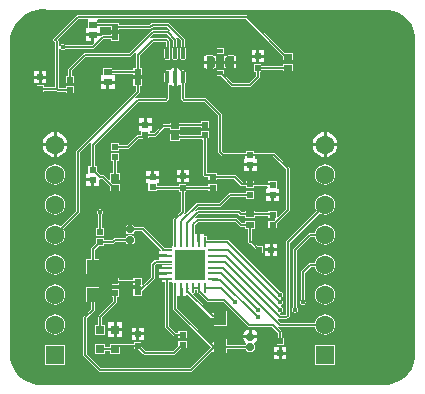
<source format=gbr>
%TF.GenerationSoftware,Altium Limited,Altium Designer,22.6.1 (34)*%
G04 Layer_Physical_Order=1*
G04 Layer_Color=255*
%FSLAX45Y45*%
%MOMM*%
%TF.SameCoordinates,421C64DB-711B-49BE-949A-821E8169F4DF*%
%TF.FilePolarity,Positive*%
%TF.FileFunction,Copper,L1,Top,Signal*%
%TF.Part,Single*%
G01*
G75*
%TA.AperFunction,SMDPad,CuDef*%
%ADD10R,0.75000X0.76000*%
%ADD11R,0.60000X0.54000*%
%ADD12R,0.50000X0.50000*%
%ADD13R,0.60000X0.51000*%
%ADD14R,0.67000X0.62000*%
%ADD15R,0.73000X0.51000*%
%ADD16R,0.50000X0.50000*%
%ADD17R,0.50000X0.40000*%
G04:AMPARAMS|DCode=18|XSize=0.635mm|YSize=0.635mm|CornerRadius=0.15875mm|HoleSize=0mm|Usage=FLASHONLY|Rotation=270.000|XOffset=0mm|YOffset=0mm|HoleType=Round|Shape=RoundedRectangle|*
%AMROUNDEDRECTD18*
21,1,0.63500,0.31750,0,0,270.0*
21,1,0.31750,0.63500,0,0,270.0*
1,1,0.31750,-0.15875,-0.15875*
1,1,0.31750,-0.15875,0.15875*
1,1,0.31750,0.15875,0.15875*
1,1,0.31750,0.15875,-0.15875*
%
%ADD18ROUNDEDRECTD18*%
%ADD19R,1.00000X1.15000*%
%ADD20R,0.60000X0.56000*%
%ADD21R,0.63000X0.51000*%
%ADD22R,2.60000X2.60000*%
%ADD23R,0.26000X0.84000*%
%ADD24R,0.84000X0.26000*%
%ADD25O,0.40000X1.05000*%
%TA.AperFunction,Conductor*%
%ADD26C,0.20000*%
%TA.AperFunction,ComponentPad*%
%ADD27C,1.60000*%
%ADD28R,1.60000X1.60000*%
%TA.AperFunction,ViaPad*%
%ADD29C,0.40000*%
G36*
X127000Y3175000D02*
X2984500D01*
Y3175000D01*
X3009517D01*
X3058589Y3165239D01*
X3104814Y3146092D01*
X3146415Y3118295D01*
X3181794Y3082915D01*
X3209591Y3041314D01*
X3228738Y2995089D01*
X3238499Y2946017D01*
X3238499Y2921000D01*
X3238500Y254000D01*
Y228983D01*
X3228739Y179911D01*
X3209592Y133686D01*
X3181795Y92084D01*
X3146415Y56705D01*
X3104814Y28908D01*
X3058589Y9761D01*
X3009517Y0D01*
X2984500D01*
X63500Y0D01*
X38483Y0D01*
X-10589Y9761D01*
X-56814Y28908D01*
X-98416Y56705D01*
X-133795Y92084D01*
X-161592Y133686D01*
X-180739Y179911D01*
X-190500Y228983D01*
Y254000D01*
X-190501Y2920999D01*
X-190501Y2921000D01*
Y2921000D01*
X-188420Y2939729D01*
X-179404Y2976323D01*
X-165689Y3011428D01*
X-147509Y3044442D01*
X-125176Y3074801D01*
X-99071Y3101985D01*
X-69641Y3125528D01*
X-37390Y3145030D01*
X-2869Y3160154D01*
X33331Y3170644D01*
X70590Y3176318D01*
X108271Y3177081D01*
X127000Y3175000D01*
D02*
G37*
%LPC*%
G36*
X495300Y2950300D02*
X449100D01*
Y2906600D01*
X495300D01*
Y2950300D01*
D02*
G37*
G36*
X1617500Y2850500D02*
X1557500D01*
Y2800500D01*
X1617500D01*
Y2850500D01*
D02*
G37*
G36*
X1955400Y2830900D02*
X1917700D01*
Y2793200D01*
X1955400D01*
Y2830900D01*
D02*
G37*
G36*
X1892300D02*
X1854600D01*
Y2793200D01*
X1892300D01*
Y2830900D01*
D02*
G37*
G36*
X1813000Y3127736D02*
X381000D01*
X369519Y3122981D01*
X179019Y2932481D01*
X174264Y2921000D01*
X179019Y2909519D01*
X187864Y2900675D01*
Y2519736D01*
X93500D01*
Y2533500D01*
X33500D01*
Y2473500D01*
X93500D01*
Y2487264D01*
X197375D01*
X199319Y2485319D01*
X210800Y2480564D01*
X282500D01*
Y2464800D01*
X352500D01*
Y2528800D01*
X282500D01*
Y2513036D01*
X220336D01*
Y2840024D01*
X233036Y2843877D01*
X235976Y2839476D01*
X244246Y2833951D01*
X254000Y2832010D01*
X263754Y2833951D01*
X272024Y2839476D01*
X273218Y2841264D01*
X509213D01*
X520694Y2846019D01*
X598438Y2923764D01*
X663500D01*
Y2909500D01*
X733500D01*
Y2970500D01*
X663500D01*
Y2956236D01*
X591713D01*
X580233Y2951481D01*
X578633Y2949881D01*
X577623Y2950300D01*
X520700D01*
Y2901913D01*
X523619Y2894867D01*
X502488Y2873736D01*
X273218D01*
X272024Y2875524D01*
X263754Y2881049D01*
X254000Y2882990D01*
X244246Y2881049D01*
X235976Y2875524D01*
X233036Y2871123D01*
X220336Y2874976D01*
Y2907400D01*
X215580Y2918881D01*
X213461Y2921000D01*
X387725Y3095264D01*
X466033D01*
X469500Y3084000D01*
X469500Y3082564D01*
Y3019400D01*
X449100D01*
Y2975700D01*
X508000D01*
X566900D01*
Y3019400D01*
X566900D01*
X567711Y3031764D01*
X663500D01*
Y2998500D01*
X733500D01*
Y3012764D01*
X997000D01*
X1008481Y3017519D01*
X1022725Y3031764D01*
X1136275D01*
X1162807Y3005231D01*
X1154480Y2995981D01*
X1143000Y3000736D01*
X1016000D01*
X1004519Y2995981D01*
X818775Y2810236D01*
X444500D01*
X433019Y2805481D01*
X306019Y2678481D01*
X301264Y2667000D01*
Y2615200D01*
X282500D01*
Y2551200D01*
X352500D01*
Y2615200D01*
X333736D01*
Y2660275D01*
X451225Y2777764D01*
X825500D01*
X836981Y2782519D01*
X868269Y2813807D01*
X877519Y2805480D01*
X872764Y2794000D01*
Y2678500D01*
X854000D01*
Y2664236D01*
X673500D01*
Y2682000D01*
X596500D01*
Y2617400D01*
X576100D01*
Y2573700D01*
X635000D01*
X693900D01*
Y2617400D01*
X673500D01*
Y2631764D01*
X854000D01*
Y2617500D01*
X924000D01*
Y2678500D01*
X905236D01*
Y2787275D01*
X1022725Y2904764D01*
X1124559D01*
X1126764Y2902559D01*
Y2856221D01*
X1123476Y2854024D01*
X1117951Y2845755D01*
X1116010Y2836000D01*
Y2771000D01*
X1117951Y2761246D01*
X1123476Y2752976D01*
X1131746Y2747451D01*
X1141500Y2745510D01*
X1151254Y2747451D01*
X1159524Y2752976D01*
X1165049Y2761246D01*
X1166990Y2771000D01*
Y2836000D01*
X1165049Y2845755D01*
X1159524Y2854024D01*
X1159236Y2854216D01*
Y2909284D01*
X1154481Y2920765D01*
X1142765Y2932481D01*
X1131284Y2937236D01*
X1016000D01*
X1004520Y2932481D01*
X996193Y2941731D01*
X1022725Y2968264D01*
X1136275D01*
X1190264Y2914275D01*
Y2855219D01*
X1188476Y2854024D01*
X1182951Y2845755D01*
X1181010Y2836000D01*
Y2771000D01*
X1182951Y2761246D01*
X1188476Y2752976D01*
X1196746Y2747451D01*
X1206500Y2745510D01*
X1216254Y2747451D01*
X1224524Y2752976D01*
X1230049Y2761246D01*
X1231990Y2771000D01*
Y2836000D01*
X1230049Y2845755D01*
X1224524Y2854024D01*
X1222736Y2855219D01*
Y2921000D01*
X1217981Y2932480D01*
X1227231Y2940807D01*
X1253764Y2914275D01*
Y2854216D01*
X1253476Y2854024D01*
X1247951Y2845755D01*
X1246010Y2836000D01*
Y2771000D01*
X1247951Y2761246D01*
X1253476Y2752976D01*
X1261746Y2747451D01*
X1271500Y2745510D01*
X1281254Y2747451D01*
X1289524Y2752976D01*
X1295049Y2761246D01*
X1296990Y2771000D01*
Y2836000D01*
X1295049Y2845755D01*
X1289524Y2854024D01*
X1286236Y2856221D01*
Y2921000D01*
X1281481Y2932481D01*
X1154481Y3059481D01*
X1143000Y3064236D01*
X1016000D01*
X1004519Y3059481D01*
X990275Y3045236D01*
X733500D01*
Y3059500D01*
X686434D01*
X675000Y3064236D01*
X546500D01*
Y3082564D01*
X546500Y3084000D01*
X549967Y3095264D01*
X1806275D01*
X2117500Y2784039D01*
Y2746000D01*
X2200500D01*
Y2807000D01*
X2140461D01*
X1824480Y3122981D01*
X1813000Y3127736D01*
D02*
G37*
G36*
X1519500Y2790912D02*
X1472500D01*
X1468673Y2789327D01*
X1467088Y2785500D01*
Y2780900D01*
X1452100D01*
Y2743200D01*
X1472500D01*
Y2785500D01*
X1519500D01*
X1542500Y2762500D01*
Y2743200D01*
X1552900D01*
Y2780900D01*
X1531754D01*
X1523327Y2789327D01*
X1519500Y2790912D01*
D02*
G37*
G36*
X1702500D02*
X1655500D01*
X1651673Y2789327D01*
X1643247Y2780900D01*
X1622100D01*
Y2743200D01*
X1632500D01*
Y2762500D01*
X1655500Y2785500D01*
X1702500D01*
Y2743200D01*
X1722900D01*
Y2780900D01*
X1707912D01*
Y2785500D01*
X1706327Y2789327D01*
X1702500Y2790912D01*
D02*
G37*
G36*
X1955400Y2767800D02*
X1917700D01*
Y2730100D01*
X1955400D01*
Y2767800D01*
D02*
G37*
G36*
X1892300D02*
X1854600D01*
Y2730100D01*
X1892300D01*
Y2767800D01*
D02*
G37*
G36*
X2200500Y2715000D02*
X2117500D01*
Y2698736D01*
X1935000D01*
Y2710500D01*
X1875000D01*
Y2650500D01*
X1888764D01*
Y2610225D01*
X1834775Y2556236D01*
X1694725D01*
X1617500Y2633461D01*
Y2660500D01*
X1557500D01*
Y2610500D01*
X1594539D01*
X1676519Y2528519D01*
X1688000Y2523764D01*
X1841500D01*
X1852981Y2528519D01*
X1916481Y2592019D01*
X1921236Y2603500D01*
Y2650500D01*
X1935000D01*
Y2666264D01*
X2117500D01*
Y2654000D01*
X2200500D01*
Y2715000D01*
D02*
G37*
G36*
X1722900Y2717800D02*
X1702500D01*
Y2675500D01*
X1655500D01*
X1632500Y2698500D01*
Y2717800D01*
X1622100D01*
Y2680100D01*
X1643246D01*
X1651673Y2671673D01*
X1655500Y2670088D01*
X1702500D01*
X1706327Y2671673D01*
X1707912Y2675500D01*
Y2680100D01*
X1722900D01*
Y2717800D01*
D02*
G37*
G36*
X1552900D02*
X1542500D01*
Y2698500D01*
X1519500Y2675500D01*
X1472500D01*
Y2717800D01*
X1452100D01*
Y2680100D01*
X1467088D01*
Y2675500D01*
X1468673Y2671673D01*
X1472500Y2670088D01*
X1519500D01*
X1523327Y2671673D01*
X1531753Y2680100D01*
X1552900D01*
Y2717800D01*
D02*
G37*
G36*
X1193800Y2679763D02*
X1188786Y2678766D01*
X1173768Y2668732D01*
X1169096Y2661739D01*
X1168454Y2661222D01*
X1152735Y2658560D01*
X1151254Y2659549D01*
X1141500Y2661490D01*
X1131746Y2659549D01*
X1123476Y2654024D01*
X1117951Y2645754D01*
X1116010Y2636000D01*
Y2571000D01*
X1117951Y2561246D01*
X1123476Y2552976D01*
X1125264Y2551782D01*
Y2431441D01*
X1123059Y2429236D01*
X889000D01*
X877520Y2424481D01*
X869193Y2433731D01*
X900481Y2465019D01*
X905236Y2476500D01*
Y2528500D01*
X924000D01*
Y2589500D01*
X854000D01*
Y2528500D01*
X872764D01*
Y2483225D01*
X369519Y1979981D01*
X364764Y1968500D01*
Y1467225D01*
X238131Y1340592D01*
X233367Y1344247D01*
X212689Y1352812D01*
X190500Y1355733D01*
X168311Y1352812D01*
X147633Y1344247D01*
X129877Y1330623D01*
X116253Y1312867D01*
X107688Y1292189D01*
X104767Y1270000D01*
X107688Y1247811D01*
X116253Y1227133D01*
X129877Y1209377D01*
X147633Y1195753D01*
X168311Y1187188D01*
X190500Y1184267D01*
X212689Y1187188D01*
X233367Y1195753D01*
X251123Y1209377D01*
X264747Y1227133D01*
X273312Y1247811D01*
X276233Y1270000D01*
X273312Y1292189D01*
X264747Y1312867D01*
X261092Y1317631D01*
X392481Y1449019D01*
X397236Y1460500D01*
Y1961775D01*
X487269Y2051807D01*
X496519Y2043480D01*
X491764Y2032000D01*
Y1853200D01*
X473000D01*
Y1789200D01*
X461128Y1787200D01*
X452600D01*
Y1747500D01*
X508000D01*
Y1734800D01*
X520700D01*
Y1682400D01*
X563400D01*
Y1734632D01*
X573960Y1741688D01*
X574500Y1741464D01*
X591575D01*
X657000Y1676039D01*
Y1638000D01*
X740000D01*
Y1699000D01*
X679961D01*
X661661Y1717300D01*
X666922Y1730000D01*
X740000D01*
Y1791000D01*
X714736D01*
Y1893300D01*
X733500D01*
Y1957300D01*
X663500D01*
Y1893300D01*
X682264D01*
Y1791000D01*
X657000D01*
Y1739922D01*
X644300Y1734661D01*
X609781Y1769181D01*
X598300Y1773936D01*
X581225D01*
X543000Y1812161D01*
Y1853200D01*
X524236D01*
Y2025275D01*
X895725Y2396764D01*
X1129784D01*
X1141265Y2401519D01*
X1152980Y2413235D01*
X1157736Y2424716D01*
Y2539403D01*
X1170436Y2543256D01*
X1173768Y2538268D01*
X1188786Y2528234D01*
X1193800Y2527237D01*
Y2603500D01*
Y2679763D01*
D02*
G37*
G36*
X113900Y2653900D02*
X76200D01*
Y2616200D01*
X113900D01*
Y2653900D01*
D02*
G37*
G36*
X50800D02*
X13100D01*
Y2616200D01*
X50800D01*
Y2653900D01*
D02*
G37*
G36*
X113900Y2590800D02*
X76200D01*
Y2553100D01*
X113900D01*
Y2590800D01*
D02*
G37*
G36*
X50800D02*
X13100D01*
Y2553100D01*
X50800D01*
Y2590800D01*
D02*
G37*
G36*
X693900Y2548300D02*
X647700D01*
Y2504600D01*
X693900D01*
Y2548300D01*
D02*
G37*
G36*
X622300D02*
X576100D01*
Y2504600D01*
X622300D01*
Y2548300D01*
D02*
G37*
G36*
X1007900Y2254600D02*
X965200D01*
Y2214900D01*
X1007900D01*
Y2254600D01*
D02*
G37*
G36*
X939800D02*
X897100D01*
Y2214900D01*
X939800D01*
Y2254600D01*
D02*
G37*
G36*
X1495500Y2234200D02*
X1425500D01*
Y2211086D01*
X1248000D01*
Y2218000D01*
X1165000D01*
Y2203736D01*
X1108000D01*
X1096519Y2198980D01*
X1029575Y2132036D01*
X996480D01*
X992717Y2135800D01*
X997066Y2149412D01*
X999371Y2149800D01*
X1007900D01*
Y2189500D01*
X952500D01*
X897100D01*
Y2149800D01*
X905628D01*
X917500Y2147800D01*
X917500Y2137100D01*
Y2115236D01*
X892500D01*
X881020Y2110481D01*
X798475Y2027936D01*
X733500D01*
Y2043700D01*
X663500D01*
Y1979700D01*
X733500D01*
Y1995464D01*
X805200D01*
X816681Y2000220D01*
X899225Y2082764D01*
X935700D01*
X938201Y2083800D01*
X987500D01*
Y2099564D01*
X1036300D01*
X1047780Y2104319D01*
X1114725Y2171264D01*
X1165000D01*
Y2157000D01*
X1248000D01*
Y2178614D01*
X1425500D01*
Y2170200D01*
X1495500D01*
Y2234200D01*
D02*
G37*
G36*
Y2147800D02*
X1425500D01*
Y2111736D01*
X1248000D01*
Y2126000D01*
X1165000D01*
Y2065000D01*
X1248000D01*
Y2079264D01*
X1437200D01*
X1444264Y2074544D01*
Y1778000D01*
X1449019Y1766519D01*
X1451019Y1764519D01*
X1462500Y1759764D01*
X1487500D01*
Y1730000D01*
X1560500D01*
Y1744264D01*
X1703275D01*
X1764519Y1683019D01*
X1776000Y1678264D01*
X1806500D01*
Y1661500D01*
X1876500D01*
Y1678114D01*
X1988020D01*
X1991911Y1674222D01*
X1987563Y1660610D01*
X1985129Y1660200D01*
X1976600D01*
Y1620500D01*
X2032000D01*
X2087400D01*
Y1660200D01*
X2078872D01*
X2067000Y1662200D01*
X2067000Y1672900D01*
Y1726200D01*
X1997000D01*
Y1710586D01*
X1876500D01*
Y1727500D01*
X1806500D01*
Y1710736D01*
X1782725D01*
X1721481Y1771980D01*
X1710000Y1776736D01*
X1560500D01*
Y1791000D01*
X1511484D01*
X1508500Y1792236D01*
X1476736D01*
Y2083800D01*
X1495500D01*
Y2147800D01*
D02*
G37*
G36*
X2489200Y2136638D02*
Y2044700D01*
X2581138D01*
X2579187Y2059515D01*
X2568567Y2085155D01*
X2551672Y2107172D01*
X2529655Y2124067D01*
X2504015Y2134687D01*
X2489200Y2136638D01*
D02*
G37*
G36*
X203200D02*
Y2044700D01*
X295138D01*
X293187Y2059515D01*
X282567Y2085155D01*
X265672Y2107172D01*
X243655Y2124067D01*
X218015Y2134687D01*
X203200Y2136638D01*
D02*
G37*
G36*
X2463800D02*
X2448985Y2134687D01*
X2423345Y2124067D01*
X2401328Y2107172D01*
X2384433Y2085155D01*
X2373813Y2059515D01*
X2371862Y2044700D01*
X2463800D01*
Y2136638D01*
D02*
G37*
G36*
X177800D02*
X162985Y2134687D01*
X137345Y2124067D01*
X115328Y2107172D01*
X98433Y2085155D01*
X87813Y2059515D01*
X85862Y2044700D01*
X177800D01*
Y2136638D01*
D02*
G37*
G36*
X2581138Y2019300D02*
X2489200D01*
Y1927362D01*
X2504015Y1929313D01*
X2529655Y1939933D01*
X2551672Y1956828D01*
X2568567Y1978845D01*
X2579187Y2004485D01*
X2581138Y2019300D01*
D02*
G37*
G36*
X295138D02*
X203200D01*
Y1927362D01*
X218015Y1929313D01*
X243655Y1939933D01*
X265672Y1956828D01*
X282567Y1978845D01*
X293187Y2004485D01*
X295138Y2019300D01*
D02*
G37*
G36*
X2463800D02*
X2371862D01*
X2373813Y2004485D01*
X2384433Y1978845D01*
X2401328Y1956828D01*
X2423345Y1939933D01*
X2448985Y1929313D01*
X2463800Y1927362D01*
Y2019300D01*
D02*
G37*
G36*
X177800D02*
X85862D01*
X87813Y2004485D01*
X98433Y1978845D01*
X115328Y1956828D01*
X137345Y1939933D01*
X162985Y1929313D01*
X177800Y1927362D01*
Y2019300D01*
D02*
G37*
G36*
X1896900Y1849100D02*
X1854200D01*
Y1809400D01*
X1896900D01*
Y1849100D01*
D02*
G37*
G36*
X1828800D02*
X1786100D01*
Y1809400D01*
X1828800D01*
Y1849100D01*
D02*
G37*
G36*
X1320400Y1814900D02*
X1282700D01*
Y1777200D01*
X1320400D01*
Y1814900D01*
D02*
G37*
G36*
X1257300D02*
X1219600D01*
Y1777200D01*
X1257300D01*
Y1814900D01*
D02*
G37*
G36*
X1071400Y1810100D02*
X1028700D01*
Y1770400D01*
X1071400D01*
Y1810100D01*
D02*
G37*
G36*
X1003300D02*
X960600D01*
Y1770400D01*
X1003300D01*
Y1810100D01*
D02*
G37*
G36*
X1320400Y1751800D02*
X1282700D01*
Y1714100D01*
X1320400D01*
Y1751800D01*
D02*
G37*
G36*
X1257300D02*
X1219600D01*
Y1714100D01*
X1257300D01*
Y1751800D01*
D02*
G37*
G36*
X2476500Y1863733D02*
X2454311Y1860812D01*
X2433633Y1852247D01*
X2415877Y1838623D01*
X2402253Y1820867D01*
X2393688Y1800189D01*
X2390767Y1778000D01*
X2393688Y1755811D01*
X2402253Y1735133D01*
X2415877Y1717377D01*
X2433633Y1703753D01*
X2454311Y1695188D01*
X2476500Y1692267D01*
X2498689Y1695188D01*
X2519367Y1703753D01*
X2537123Y1717377D01*
X2550747Y1735133D01*
X2559312Y1755811D01*
X2562233Y1778000D01*
X2559312Y1800189D01*
X2550747Y1820867D01*
X2537123Y1838623D01*
X2519367Y1852247D01*
X2498689Y1860812D01*
X2476500Y1863733D01*
D02*
G37*
G36*
X190500D02*
X168311Y1860812D01*
X147633Y1852247D01*
X129877Y1838623D01*
X116253Y1820867D01*
X107688Y1800189D01*
X104767Y1778000D01*
X107688Y1755811D01*
X116253Y1735133D01*
X129877Y1717377D01*
X147633Y1703753D01*
X168311Y1695188D01*
X190500Y1692267D01*
X212689Y1695188D01*
X233367Y1703753D01*
X251123Y1717377D01*
X264747Y1735133D01*
X273312Y1755811D01*
X276233Y1778000D01*
X273312Y1800189D01*
X264747Y1820867D01*
X251123Y1838623D01*
X233367Y1852247D01*
X212689Y1860812D01*
X190500Y1863733D01*
D02*
G37*
G36*
X495300Y1722100D02*
X452600D01*
Y1682400D01*
X495300D01*
Y1722100D01*
D02*
G37*
G36*
X1219200Y2679763D02*
Y2603500D01*
Y2527237D01*
X1224214Y2528234D01*
X1239232Y2538268D01*
X1242564Y2543256D01*
X1255264Y2539403D01*
Y2424716D01*
X1260020Y2413235D01*
X1271735Y2401519D01*
X1283216Y2396764D01*
X1453775D01*
X1571264Y2279275D01*
Y1968500D01*
X1576019Y1957019D01*
X1596319Y1936720D01*
X1607800Y1931964D01*
X1797520D01*
X1801283Y1928200D01*
X1796934Y1914588D01*
X1794629Y1914200D01*
X1786100D01*
Y1874500D01*
X1841500D01*
X1896900D01*
Y1914200D01*
X1888372D01*
X1886066Y1914588D01*
X1881717Y1928200D01*
X1885480Y1931964D01*
X2033859D01*
X2142764Y1823059D01*
Y1484525D01*
X2078733Y1420494D01*
X2067000Y1425355D01*
Y1472200D01*
X1997000D01*
Y1457836D01*
X1883000D01*
Y1473500D01*
X1800000D01*
Y1459236D01*
X1773725D01*
X1760980Y1471981D01*
X1749500Y1476736D01*
X1397000D01*
X1385520Y1471981D01*
X1377193Y1481231D01*
X1403725Y1507764D01*
X1587500D01*
X1598981Y1512519D01*
X1677725Y1591264D01*
X1806500D01*
Y1574500D01*
X1876500D01*
Y1640500D01*
X1806500D01*
Y1623736D01*
X1671000D01*
X1659519Y1618981D01*
X1580775Y1540236D01*
X1397000D01*
X1385519Y1535481D01*
X1290731Y1440693D01*
X1281481Y1449020D01*
X1286236Y1460500D01*
Y1634500D01*
X1300000D01*
Y1650264D01*
X1487500D01*
Y1638000D01*
X1560500D01*
Y1699000D01*
X1487500D01*
Y1682736D01*
X1300000D01*
Y1694500D01*
X1240000D01*
Y1684136D01*
X1059980D01*
X1053307Y1690809D01*
X1055319Y1704027D01*
X1062871Y1705300D01*
X1071400D01*
Y1745000D01*
X1016000D01*
X960600D01*
Y1705300D01*
X969128D01*
X981000Y1703300D01*
X981000Y1692600D01*
Y1639300D01*
X1051000D01*
Y1651664D01*
X1240000D01*
Y1634500D01*
X1253764D01*
Y1467225D01*
X1197019Y1410481D01*
X1192264Y1399000D01*
Y1257500D01*
X1190500D01*
Y1171400D01*
X1178100D01*
Y1159000D01*
X1114961D01*
X948030Y1325931D01*
X936550Y1330686D01*
X862587D01*
X861039Y1338470D01*
X856425Y1345375D01*
X849520Y1349989D01*
X841375Y1351609D01*
X809625D01*
X801480Y1349989D01*
X794575Y1345375D01*
X789961Y1338470D01*
X788341Y1330325D01*
Y1298575D01*
X789961Y1290430D01*
X794575Y1283525D01*
X801480Y1278911D01*
X809625Y1277291D01*
X841375D01*
X849520Y1278911D01*
X856425Y1283525D01*
X861039Y1290430D01*
X862587Y1298214D01*
X929825D01*
X1085939Y1142100D01*
X1080678Y1129400D01*
X1071600D01*
Y1103700D01*
X1139000D01*
Y1078300D01*
X1071600D01*
Y1057236D01*
X1041000D01*
X1029519Y1052480D01*
X1004519Y1027481D01*
X999764Y1016000D01*
Y910225D01*
X936700Y847161D01*
X924000Y852422D01*
Y900500D01*
X854000D01*
Y888986D01*
X728500D01*
Y905500D01*
X668500D01*
Y845500D01*
X728500D01*
Y856514D01*
X854000D01*
Y839500D01*
X911078D01*
X916339Y826800D01*
X901039Y811500D01*
X854000D01*
Y750500D01*
X924000D01*
Y788539D01*
X1027481Y892020D01*
X1032236Y903500D01*
Y1009275D01*
X1047725Y1024764D01*
X1092000D01*
Y1023000D01*
X1178100D01*
Y1009000D01*
X1092000D01*
Y979400D01*
X1071600D01*
Y953700D01*
X1139000D01*
Y928300D01*
X1071600D01*
Y902600D01*
X1092000D01*
Y873000D01*
X1122764D01*
Y491700D01*
X1127519Y480220D01*
X1195019Y412720D01*
X1206500Y407964D01*
X1235000D01*
Y392200D01*
X1305000D01*
Y456200D01*
X1235000D01*
Y440436D01*
X1213225D01*
X1155236Y498425D01*
Y873000D01*
X1178100D01*
Y860600D01*
X1190500D01*
Y774500D01*
X1192264D01*
Y640500D01*
X1197019Y629019D01*
X1507764Y318275D01*
Y316725D01*
X1334275Y143236D01*
X578225D01*
X460736Y260725D01*
Y564775D01*
X519481Y623519D01*
X524236Y635000D01*
Y699500D01*
X563000D01*
Y824500D01*
X453000D01*
Y699500D01*
X491764D01*
Y641725D01*
X433019Y582981D01*
X428264Y571500D01*
Y254000D01*
X433019Y242519D01*
X560019Y115519D01*
X571500Y110764D01*
X1341000D01*
X1352480Y115519D01*
X1520767Y283806D01*
X1532500Y278946D01*
Y264500D01*
X1642500D01*
Y301264D01*
X1804413D01*
X1805961Y293480D01*
X1810575Y286575D01*
X1817480Y281961D01*
X1825625Y280341D01*
X1857375D01*
X1865520Y281961D01*
X1872425Y286575D01*
X1877039Y293480D01*
X1878659Y301625D01*
Y333375D01*
X1877039Y341520D01*
X1874060Y349995D01*
X1881019Y356683D01*
X1887133Y360767D01*
X1896255Y374420D01*
X1899459Y390525D01*
Y393700D01*
X1841500D01*
X1783541D01*
Y390525D01*
X1786745Y374420D01*
X1795867Y360767D01*
X1801981Y356683D01*
X1808940Y349995D01*
X1805961Y341520D01*
X1804413Y333736D01*
X1642500D01*
Y389500D01*
X1532500D01*
Y357421D01*
X1519800Y352161D01*
X1224736Y647225D01*
Y754100D01*
X1245800D01*
Y821500D01*
X1271200D01*
Y754100D01*
X1296900D01*
Y763178D01*
X1309600Y768439D01*
X1512519Y565519D01*
X1524000Y560764D01*
X1532500D01*
Y499500D01*
X1642500D01*
Y624500D01*
X1532500D01*
Y609421D01*
X1519800Y604161D01*
X1361194Y762767D01*
X1366054Y774500D01*
X1376500D01*
Y805264D01*
X1390500D01*
Y774500D01*
X1403539D01*
X1473342Y704697D01*
X1484823Y699941D01*
X1615848D01*
X1819270Y496519D01*
X1830750Y491764D01*
X2025275D01*
X2079264Y437775D01*
Y397500D01*
X2065500D01*
Y337500D01*
X2125500D01*
Y397500D01*
X2111736D01*
Y444500D01*
X2106981Y455981D01*
X2075693Y487269D01*
X2084020Y496519D01*
X2095500Y491764D01*
X2392904D01*
X2393688Y485811D01*
X2402253Y465133D01*
X2415877Y447377D01*
X2433633Y433753D01*
X2454311Y425188D01*
X2476500Y422267D01*
X2498689Y425188D01*
X2519367Y433753D01*
X2537123Y447377D01*
X2550747Y465133D01*
X2559312Y485811D01*
X2562233Y508000D01*
X2559312Y530189D01*
X2550747Y550867D01*
X2537123Y568623D01*
X2519367Y582247D01*
X2498689Y590812D01*
X2476500Y593733D01*
X2454311Y590812D01*
X2433633Y582247D01*
X2415877Y568623D01*
X2402253Y550867D01*
X2393688Y530189D01*
X2392904Y524236D01*
X2102225D01*
X2075693Y550769D01*
X2084020Y560019D01*
X2095500Y555264D01*
X2147284D01*
X2158765Y560019D01*
X2170481Y571735D01*
X2175236Y583216D01*
Y1199775D01*
X2428869Y1453408D01*
X2433633Y1449753D01*
X2454311Y1441188D01*
X2476500Y1438267D01*
X2498689Y1441188D01*
X2519367Y1449753D01*
X2537123Y1463377D01*
X2550747Y1481133D01*
X2559312Y1501811D01*
X2562233Y1524000D01*
X2559312Y1546189D01*
X2550747Y1566867D01*
X2537123Y1584623D01*
X2519367Y1598247D01*
X2498689Y1606812D01*
X2476500Y1609733D01*
X2454311Y1606812D01*
X2433633Y1598247D01*
X2415877Y1584623D01*
X2402253Y1566867D01*
X2393688Y1546189D01*
X2390767Y1524000D01*
X2393688Y1501811D01*
X2402253Y1481133D01*
X2405908Y1476369D01*
X2147519Y1217981D01*
X2142764Y1206500D01*
Y589941D01*
X2140559Y587736D01*
X2102225D01*
X2092878Y597083D01*
X2094100Y602874D01*
X2097928Y609993D01*
X2105254Y611451D01*
X2113524Y616976D01*
X2119049Y625246D01*
X2120990Y635000D01*
X2119049Y644754D01*
X2113524Y653024D01*
X2105255Y658549D01*
X2102967Y660154D01*
X2102424Y661439D01*
X2105255Y674951D01*
X2113524Y680476D01*
X2119049Y688746D01*
X2120990Y698500D01*
X2119049Y708254D01*
X2113524Y716524D01*
X2105255Y722049D01*
X2102967Y723654D01*
X2102424Y724939D01*
X2105255Y738451D01*
X2113524Y743976D01*
X2119049Y752246D01*
X2120990Y762000D01*
X2119049Y771754D01*
X2113524Y780024D01*
X2105254Y785549D01*
X2095500Y787490D01*
X2093391Y787070D01*
X1658481Y1221981D01*
X1647000Y1226736D01*
X1476500D01*
Y1257500D01*
X1446900D01*
Y1277900D01*
X1421200D01*
Y1210500D01*
X1395800D01*
Y1277900D01*
X1374736D01*
Y1351775D01*
X1403725Y1380764D01*
X1714275D01*
X1755519Y1339520D01*
X1767000Y1334764D01*
X1800000D01*
Y1320500D01*
X1825264D01*
Y1206500D01*
X1830019Y1195019D01*
X1841500Y1190264D01*
X1848275D01*
X1888500Y1150039D01*
Y1113000D01*
X1948500D01*
Y1173000D01*
X1911461D01*
X1866481Y1217981D01*
X1857736Y1221603D01*
Y1320500D01*
X1883000D01*
Y1381500D01*
X1800000D01*
Y1367236D01*
X1773725D01*
X1732481Y1408481D01*
X1721000Y1413236D01*
X1397000D01*
X1385520Y1408481D01*
X1377193Y1417731D01*
X1403725Y1444264D01*
X1742775D01*
X1755519Y1431519D01*
X1767000Y1426764D01*
X1800000D01*
Y1412500D01*
X1883000D01*
Y1425364D01*
X1997000D01*
Y1408200D01*
X2049846D01*
X2054706Y1396467D01*
X2044039Y1385800D01*
X1997000D01*
Y1321800D01*
X2067000D01*
Y1362839D01*
X2170481Y1466319D01*
X2175236Y1477800D01*
Y1829784D01*
X2170481Y1841265D01*
X2052065Y1959681D01*
X2040584Y1964436D01*
X1876500D01*
Y1980200D01*
X1806500D01*
Y1964436D01*
X1614525D01*
X1603736Y1975225D01*
Y2286000D01*
X1598981Y2297481D01*
X1471981Y2424481D01*
X1460500Y2429236D01*
X1289941D01*
X1287736Y2431441D01*
Y2551782D01*
X1289524Y2552976D01*
X1295049Y2561246D01*
X1296990Y2571000D01*
Y2636000D01*
X1295049Y2645754D01*
X1289524Y2654024D01*
X1281254Y2659549D01*
X1271500Y2661490D01*
X1261746Y2659549D01*
X1260265Y2658560D01*
X1244546Y2661222D01*
X1243904Y2661739D01*
X1239232Y2668732D01*
X1224214Y2678766D01*
X1219200Y2679763D01*
D02*
G37*
G36*
X2087400Y1595100D02*
X2044700D01*
Y1555400D01*
X2087400D01*
Y1595100D01*
D02*
G37*
G36*
X2019300D02*
X1976600D01*
Y1555400D01*
X2019300D01*
Y1595100D01*
D02*
G37*
G36*
X190500Y1609733D02*
X168311Y1606812D01*
X147633Y1598247D01*
X129877Y1584623D01*
X116253Y1566867D01*
X107688Y1546189D01*
X104767Y1524000D01*
X107688Y1501811D01*
X116253Y1481133D01*
X129877Y1463377D01*
X147633Y1449753D01*
X168311Y1441188D01*
X190500Y1438267D01*
X212689Y1441188D01*
X233367Y1449753D01*
X251123Y1463377D01*
X264747Y1481133D01*
X273312Y1501811D01*
X276233Y1524000D01*
X273312Y1546189D01*
X264747Y1566867D01*
X251123Y1584623D01*
X233367Y1598247D01*
X212689Y1606812D01*
X190500Y1609733D01*
D02*
G37*
G36*
X571500Y1485990D02*
X561746Y1484049D01*
X553476Y1478524D01*
X547951Y1470254D01*
X546010Y1460500D01*
X547951Y1450746D01*
X553476Y1442476D01*
X555264Y1441282D01*
Y1326500D01*
X536500D01*
Y1260500D01*
X606500D01*
Y1326500D01*
X587736D01*
Y1441282D01*
X589524Y1442476D01*
X595049Y1450746D01*
X596990Y1460500D01*
X595049Y1470254D01*
X589524Y1478524D01*
X581254Y1484049D01*
X571500Y1485990D01*
D02*
G37*
G36*
X841375Y1262709D02*
X809625D01*
X801480Y1261089D01*
X794575Y1256475D01*
X789961Y1249570D01*
X788602Y1242736D01*
X698500D01*
X687019Y1237981D01*
X671775Y1222736D01*
X606500D01*
Y1239500D01*
X536500D01*
Y1196461D01*
X496519Y1156481D01*
X491764Y1145000D01*
Y1059500D01*
X453000D01*
Y934500D01*
X563000D01*
Y1059500D01*
X524236D01*
Y1138275D01*
X559461Y1173500D01*
X606500D01*
Y1190264D01*
X678500D01*
X689981Y1195019D01*
X705225Y1210264D01*
X788341D01*
Y1209675D01*
X789961Y1201530D01*
X794575Y1194625D01*
X801480Y1190011D01*
X809625Y1188391D01*
X841375D01*
X849520Y1190011D01*
X856425Y1194625D01*
X861039Y1201530D01*
X862659Y1209675D01*
Y1241425D01*
X861039Y1249570D01*
X856425Y1256475D01*
X849520Y1261089D01*
X841375Y1262709D01*
D02*
G37*
G36*
X2476500Y1355733D02*
X2454311Y1352812D01*
X2433633Y1344247D01*
X2415877Y1330623D01*
X2402253Y1312867D01*
X2393688Y1292189D01*
X2392904Y1286236D01*
X2349500D01*
X2338019Y1281481D01*
X2211019Y1154481D01*
X2206264Y1143000D01*
Y654218D01*
X2204476Y653024D01*
X2198951Y644754D01*
X2197010Y635000D01*
X2198951Y625246D01*
X2204476Y616976D01*
X2212746Y611451D01*
X2222500Y609510D01*
X2232254Y611451D01*
X2240524Y616976D01*
X2246049Y625246D01*
X2247990Y635000D01*
X2246049Y644754D01*
X2240524Y653024D01*
X2238736Y654218D01*
Y1136275D01*
X2356225Y1253764D01*
X2392904D01*
X2393688Y1247811D01*
X2402253Y1227133D01*
X2415877Y1209377D01*
X2433633Y1195753D01*
X2454311Y1187188D01*
X2476500Y1184267D01*
X2498689Y1187188D01*
X2519367Y1195753D01*
X2537123Y1209377D01*
X2550747Y1227133D01*
X2559312Y1247811D01*
X2562233Y1270000D01*
X2559312Y1292189D01*
X2550747Y1312867D01*
X2537123Y1330623D01*
X2519367Y1344247D01*
X2498689Y1352812D01*
X2476500Y1355733D01*
D02*
G37*
G36*
X2068900Y1193400D02*
X2031199D01*
Y1155700D01*
X2068900D01*
Y1193400D01*
D02*
G37*
G36*
X2005799D02*
X1968100D01*
Y1155700D01*
X2005799D01*
Y1193400D01*
D02*
G37*
G36*
X2068900Y1130300D02*
X2031199D01*
Y1092600D01*
X2068900D01*
Y1130300D01*
D02*
G37*
G36*
X2005799D02*
X1968100D01*
Y1092600D01*
X2005799D01*
Y1130300D01*
D02*
G37*
G36*
X2476500Y1101733D02*
X2454311Y1098812D01*
X2433633Y1090247D01*
X2415877Y1076623D01*
X2402253Y1058867D01*
X2393688Y1038189D01*
X2392904Y1032236D01*
X2349500D01*
X2338019Y1027481D01*
X2274519Y963981D01*
X2269764Y952500D01*
Y717718D01*
X2267976Y716524D01*
X2262451Y708254D01*
X2260510Y698500D01*
X2262451Y688746D01*
X2267976Y680476D01*
X2276246Y674951D01*
X2286000Y673010D01*
X2295754Y674951D01*
X2304024Y680476D01*
X2309549Y688746D01*
X2311490Y698500D01*
X2309549Y708254D01*
X2304024Y716524D01*
X2302236Y717718D01*
Y945775D01*
X2356225Y999764D01*
X2392904D01*
X2393688Y993811D01*
X2402253Y973133D01*
X2415877Y955377D01*
X2433633Y941753D01*
X2454311Y933188D01*
X2476500Y930267D01*
X2498689Y933188D01*
X2519367Y941753D01*
X2537123Y955377D01*
X2550747Y973133D01*
X2559312Y993811D01*
X2562233Y1016000D01*
X2559312Y1038189D01*
X2550747Y1058867D01*
X2537123Y1076623D01*
X2519367Y1090247D01*
X2498689Y1098812D01*
X2476500Y1101733D01*
D02*
G37*
G36*
X190500D02*
X168311Y1098812D01*
X147633Y1090247D01*
X129877Y1076623D01*
X116253Y1058867D01*
X107688Y1038189D01*
X104767Y1016000D01*
X107688Y993811D01*
X116253Y973133D01*
X129877Y955377D01*
X147633Y941753D01*
X168311Y933188D01*
X190500Y930267D01*
X212689Y933188D01*
X233367Y941753D01*
X251123Y955377D01*
X264747Y973133D01*
X273312Y993811D01*
X276233Y1016000D01*
X273312Y1038189D01*
X264747Y1058867D01*
X251123Y1076623D01*
X233367Y1090247D01*
X212689Y1098812D01*
X190500Y1101733D01*
D02*
G37*
G36*
X2476500Y847733D02*
X2454311Y844812D01*
X2433633Y836247D01*
X2415877Y822623D01*
X2402253Y804867D01*
X2393688Y784189D01*
X2390767Y762000D01*
X2393688Y739811D01*
X2402253Y719133D01*
X2415877Y701377D01*
X2433633Y687753D01*
X2454311Y679188D01*
X2476500Y676267D01*
X2498689Y679188D01*
X2519367Y687753D01*
X2537123Y701377D01*
X2550747Y719133D01*
X2559312Y739811D01*
X2562233Y762000D01*
X2559312Y784189D01*
X2550747Y804867D01*
X2537123Y822623D01*
X2519367Y836247D01*
X2498689Y844812D01*
X2476500Y847733D01*
D02*
G37*
G36*
X190500D02*
X168311Y844812D01*
X147633Y836247D01*
X129877Y822623D01*
X116253Y804867D01*
X107688Y784189D01*
X104767Y762000D01*
X107688Y739811D01*
X116253Y719133D01*
X129877Y701377D01*
X147633Y687753D01*
X168311Y679188D01*
X190500Y676267D01*
X212689Y679188D01*
X233367Y687753D01*
X251123Y701377D01*
X264747Y719133D01*
X273312Y739811D01*
X276233Y762000D01*
X273312Y784189D01*
X264747Y804867D01*
X251123Y822623D01*
X233367Y836247D01*
X212689Y844812D01*
X190500Y847733D01*
D02*
G37*
G36*
X760400Y526900D02*
X710201D01*
Y476200D01*
X760400D01*
Y526900D01*
D02*
G37*
G36*
X684801D02*
X634600D01*
Y476200D01*
X684801D01*
Y526900D01*
D02*
G37*
G36*
X939400Y481400D02*
X901700D01*
Y443700D01*
X939400D01*
Y481400D01*
D02*
G37*
G36*
X876300D02*
X838600D01*
Y443700D01*
X876300D01*
Y481400D01*
D02*
G37*
G36*
X190500Y593733D02*
X168311Y590812D01*
X147633Y582247D01*
X129877Y568623D01*
X116253Y550867D01*
X107688Y530189D01*
X104767Y508000D01*
X107688Y485811D01*
X116253Y465133D01*
X129877Y447377D01*
X147633Y433753D01*
X168311Y425188D01*
X190500Y422267D01*
X212689Y425188D01*
X233367Y433753D01*
X251123Y447377D01*
X264747Y465133D01*
X273312Y485811D01*
X276233Y508000D01*
X273312Y530189D01*
X264747Y550867D01*
X251123Y568623D01*
X233367Y582247D01*
X212689Y590812D01*
X190500Y593733D01*
D02*
G37*
G36*
X728500Y805500D02*
X668500D01*
Y745500D01*
X682264D01*
Y705225D01*
X561019Y583981D01*
X556264Y572500D01*
Y506500D01*
X530000D01*
Y420500D01*
X615000D01*
Y506500D01*
X588736D01*
Y565775D01*
X709981Y687019D01*
X714736Y698500D01*
Y745500D01*
X728500D01*
Y805500D01*
D02*
G37*
G36*
X1857375Y464359D02*
X1854200D01*
Y419100D01*
X1899459D01*
Y422275D01*
X1896255Y438380D01*
X1887133Y452033D01*
X1873480Y461155D01*
X1857375Y464359D01*
D02*
G37*
G36*
X1828800D02*
X1825625D01*
X1809520Y461155D01*
X1795867Y452033D01*
X1786745Y438380D01*
X1783541Y422275D01*
Y419100D01*
X1828800D01*
Y464359D01*
D02*
G37*
G36*
X760400Y450800D02*
X710201D01*
Y400100D01*
X760400D01*
Y450800D01*
D02*
G37*
G36*
X684801D02*
X634600D01*
Y400100D01*
X684801D01*
Y450800D01*
D02*
G37*
G36*
X939400Y418300D02*
X901700D01*
Y380600D01*
X939400D01*
Y418300D01*
D02*
G37*
G36*
X876300D02*
X838600D01*
Y380600D01*
X876300D01*
Y418300D01*
D02*
G37*
G36*
X1305000Y369800D02*
X1235000D01*
Y328761D01*
X1193375Y287136D01*
X955825D01*
X919000Y323961D01*
Y361000D01*
X859000D01*
Y347236D01*
X730000D01*
X718520Y342481D01*
X717539Y341500D01*
X655000D01*
Y314736D01*
X615000D01*
Y341500D01*
X530000D01*
Y255500D01*
X615000D01*
Y282264D01*
X655000D01*
Y255500D01*
X740000D01*
Y314764D01*
X859000D01*
Y301000D01*
X896039D01*
X937619Y259420D01*
X949100Y254664D01*
X1200100D01*
X1211581Y259420D01*
X1257961Y305800D01*
X1305000D01*
Y369800D01*
D02*
G37*
G36*
X2145900Y317900D02*
X2108200D01*
Y280200D01*
X2145900D01*
Y317900D01*
D02*
G37*
G36*
X2082800D02*
X2045100D01*
Y280200D01*
X2082800D01*
Y317900D01*
D02*
G37*
G36*
X2145900Y254800D02*
X2108200D01*
Y217100D01*
X2145900D01*
Y254800D01*
D02*
G37*
G36*
X2082800D02*
X2045100D01*
Y217100D01*
X2082800D01*
Y254800D01*
D02*
G37*
G36*
X2561500Y339000D02*
X2391500D01*
Y169000D01*
X2561500D01*
Y339000D01*
D02*
G37*
G36*
X275500D02*
X105500D01*
Y169000D01*
X275500D01*
Y339000D01*
D02*
G37*
%LPD*%
D10*
X572500Y298500D02*
D03*
Y463500D02*
D03*
X697500Y298500D02*
D03*
Y463500D02*
D03*
D11*
X317500Y2496800D02*
D03*
Y2583200D02*
D03*
X1270000Y424200D02*
D03*
Y337800D02*
D03*
X508000Y1821200D02*
D03*
Y1734800D02*
D03*
X698500Y1925300D02*
D03*
Y2011700D02*
D03*
X952500Y2202200D02*
D03*
Y2115800D02*
D03*
X1460500Y2202200D02*
D03*
Y2115800D02*
D03*
X1016000Y1757700D02*
D03*
Y1671300D02*
D03*
X1841500Y1861800D02*
D03*
Y1948200D02*
D03*
X2032000Y1607800D02*
D03*
Y1694200D02*
D03*
Y1353800D02*
D03*
Y1440200D02*
D03*
D12*
X63500Y2503500D02*
D03*
Y2603500D02*
D03*
X1905000Y2680500D02*
D03*
Y2780500D02*
D03*
X698500Y875500D02*
D03*
Y775500D02*
D03*
X2095500Y267500D02*
D03*
Y367500D02*
D03*
X889000Y431000D02*
D03*
Y331000D02*
D03*
X1270000Y1764500D02*
D03*
Y1664500D02*
D03*
D13*
X889000Y2559000D02*
D03*
Y2648000D02*
D03*
X698500Y2940000D02*
D03*
Y3029000D02*
D03*
X889000Y870000D02*
D03*
Y781000D02*
D03*
D14*
X635000Y2646000D02*
D03*
Y2561000D02*
D03*
X508000Y2963000D02*
D03*
Y3048000D02*
D03*
D15*
X2159000Y2684500D02*
D03*
Y2776500D02*
D03*
X698500Y1668500D02*
D03*
Y1760500D02*
D03*
X1206500Y2187500D02*
D03*
Y2095500D02*
D03*
X1841500Y1443000D02*
D03*
Y1351000D02*
D03*
D16*
X1672500Y2730500D02*
D03*
X1502500D02*
D03*
X2018500Y1143000D02*
D03*
X1918500D02*
D03*
D17*
X1587500Y2635500D02*
D03*
Y2825500D02*
D03*
D18*
X1841500Y406400D02*
D03*
Y317500D02*
D03*
X825500Y1314450D02*
D03*
Y1225550D02*
D03*
D19*
X1587500Y562000D02*
D03*
Y327000D02*
D03*
X508000Y997000D02*
D03*
Y762000D02*
D03*
D20*
X571500Y1293500D02*
D03*
Y1206500D02*
D03*
X1841500Y1607500D02*
D03*
Y1694500D02*
D03*
D21*
X1524000Y1760500D02*
D03*
Y1668500D02*
D03*
D22*
X1333500Y1016000D02*
D03*
D23*
X1208500Y1210500D02*
D03*
X1258500D02*
D03*
X1308500D02*
D03*
X1358500D02*
D03*
X1408500D02*
D03*
X1458500D02*
D03*
Y821500D02*
D03*
X1408500D02*
D03*
X1358500D02*
D03*
X1308500D02*
D03*
X1258500D02*
D03*
X1208500D02*
D03*
D24*
X1528000Y1141000D02*
D03*
Y1091000D02*
D03*
Y1041000D02*
D03*
Y991000D02*
D03*
Y941000D02*
D03*
Y891000D02*
D03*
X1139000D02*
D03*
Y941000D02*
D03*
Y991000D02*
D03*
Y1041000D02*
D03*
Y1091000D02*
D03*
Y1141000D02*
D03*
D25*
X1141500Y2803500D02*
D03*
X1206500D02*
D03*
X1271500D02*
D03*
Y2603500D02*
D03*
X1206500D02*
D03*
X1141500D02*
D03*
D26*
X204100Y2503500D02*
Y2907400D01*
X190500Y2921000D02*
X204100Y2907400D01*
X63500Y2503500D02*
X204100D01*
X210800Y2496800D01*
X317500D01*
Y2583200D02*
Y2667000D01*
X825500Y2794000D02*
X1016000Y2984500D01*
X317500Y2667000D02*
X444500Y2794000D01*
X825500D01*
X635000Y2646000D02*
X637000Y2648000D01*
X889000D01*
Y2794000D01*
Y2476500D02*
Y2559000D01*
X2148000Y2776500D02*
X2159000D01*
X1813000Y3111500D02*
X2148000Y2776500D01*
X1907000Y2682500D02*
X2157000D01*
X1905000Y2680500D02*
X1907000Y2682500D01*
X2157000D02*
X2159000Y2684500D01*
X1905000Y2603500D02*
Y2680500D01*
X1587500Y2635500D02*
X1592500D01*
X1688000Y2540000D01*
X1841500D01*
X997000Y3029000D02*
X1016000Y3048000D01*
X698500Y3029000D02*
X997000D01*
X508000Y3048000D02*
X675000D01*
X694000Y3029000D01*
X698500D01*
X591713Y2940000D02*
X698500D01*
X509213Y2857500D02*
X591713Y2940000D01*
X1016000Y1016000D02*
X1041000Y1041000D01*
X1139000D01*
X1016000Y903500D02*
Y1016000D01*
X889000Y781000D02*
X893500D01*
X1016000Y903500D01*
X701250Y872750D02*
X886250D01*
X889000Y870000D01*
X698500Y875500D02*
X701250Y872750D01*
X698500Y698500D02*
Y775500D01*
X1528000Y991000D02*
X1612500D01*
X2095500Y508000D02*
X2476500D01*
X1612500Y991000D02*
X2095500Y508000D01*
X1484823Y716177D02*
X1622573D01*
X1458500Y821500D02*
X1591500D01*
X1714500Y698500D01*
X1408500Y792500D02*
X1484823Y716177D01*
X1622573D02*
X1830750Y508000D01*
X2032000D01*
X508000Y635000D02*
Y762000D01*
Y1145000D02*
X569500Y1206500D01*
X571500D01*
X508000Y997000D02*
Y1145000D01*
X824550Y1226500D02*
X825500Y1225550D01*
X698500Y1226500D02*
X824550D01*
X825500Y1314450D02*
X936550D01*
X571500Y1206500D02*
X678500D01*
X698500Y1226500D01*
X508000Y1821200D02*
X511000D01*
X574500Y1757700D01*
X598300D01*
X508000Y1821200D02*
Y2032000D01*
X598300Y1757700D02*
X687500Y1668500D01*
X698500D01*
Y1760500D02*
Y1925300D01*
Y2011700D02*
X805200D01*
X952500Y2115800D02*
X1036300D01*
X892500Y2099000D02*
X935700D01*
X805200Y2011700D02*
X892500Y2099000D01*
X935700D02*
X952500Y2115800D01*
X1437200Y2095500D02*
X1457500Y2115800D01*
X1460500D01*
X1206500Y2095500D02*
X1437200D01*
X1213850Y2194850D02*
X1453150D01*
X1460500Y2202200D01*
X1206500Y2187500D02*
X1213850Y2194850D01*
X1036300Y2115800D02*
X1108000Y2187500D01*
X1206500D01*
X1460500Y1778000D02*
X1462500Y1776000D01*
X1460500Y1778000D02*
Y2115800D01*
X2031550Y1694350D02*
X2031700Y1694500D01*
X1019400Y1667900D02*
X1266600D01*
X1016000Y1671300D02*
X1019400Y1667900D01*
X1266600D02*
X1270000Y1664500D01*
X1272000Y1666500D02*
X1522000D01*
X1524000Y1668500D01*
X1270000Y1664500D02*
X1272000Y1666500D01*
X1270000Y1460500D02*
Y1664500D01*
X1524000Y1760500D02*
X1710000D01*
X1776000Y1694500D01*
X1462500Y1776000D02*
X1508500D01*
X1524000Y1760500D01*
X1841650Y1694350D02*
X2031550D01*
X1841500Y1694500D02*
X1841650Y1694350D01*
X1776000Y1694500D02*
X1841500D01*
X1671000Y1607500D02*
X1841500D01*
X2031700Y1694500D02*
X2032000Y1694200D01*
X2035000Y1353800D02*
X2159000Y1477800D01*
X2032000Y1353800D02*
X2035000D01*
X2030600Y1441600D02*
X2032000Y1440200D01*
X1841500Y1443000D02*
X1842900Y1441600D01*
X2030600D01*
X1841500Y1206500D02*
Y1351000D01*
X1767000D02*
X1841500D01*
X1767000Y1443000D02*
X1841500D01*
X1749500Y1460500D02*
X1767000Y1443000D01*
X1841500Y1948200D02*
X2040584D01*
X1607800D02*
X1841500D01*
X508000Y3048000D02*
X529000Y3027000D01*
X1597000Y317500D02*
X1841500D01*
X1587500Y327000D02*
X1597000Y317500D01*
X1341000Y127000D02*
X1524000Y310000D01*
Y325000D01*
X1585500D01*
X1587500Y327000D01*
X1208500Y640500D02*
X1524000Y325000D01*
X571500Y127000D02*
X1341000D01*
X444500Y254000D02*
X571500Y127000D01*
X444500Y254000D02*
Y571500D01*
X508000Y635000D01*
X1524000Y577000D02*
X1572500D01*
X1587500Y562000D01*
X572500Y463500D02*
Y572500D01*
X697500Y299000D02*
X725000Y326500D01*
X725500D02*
X730000Y331000D01*
X697500Y298500D02*
Y299000D01*
X725000Y326500D02*
X725500D01*
X730000Y331000D02*
X889000D01*
X572500Y298500D02*
X697500D01*
X1206500Y424200D02*
X1270000D01*
X1139000Y491700D02*
X1206500Y424200D01*
X1200100Y270900D02*
X1267000Y337800D01*
X949100Y270900D02*
X1200100D01*
X1267000Y337800D02*
X1270000D01*
X889000Y331000D02*
X949100Y270900D01*
X2032000Y508000D02*
X2095500Y444500D01*
Y367500D02*
Y444500D01*
X1841500Y1206500D02*
X1855000D01*
X1918500Y1143000D01*
X1208500Y1210500D02*
Y1399000D01*
X1258500Y1210500D02*
Y1385500D01*
X1308500Y1210500D02*
Y1372000D01*
X1358500Y1210500D02*
Y1358500D01*
X1110000Y1141000D02*
X1139000D01*
Y491700D02*
Y891000D01*
X1208500Y640500D02*
Y821500D01*
X1358500D02*
X1408500D01*
X1308500Y792500D02*
Y821500D01*
Y792500D02*
X1524000Y577000D01*
X1408500Y792500D02*
Y821500D01*
X1528000Y891000D02*
X1530000Y889000D01*
X1587500D01*
X1528000Y941000D02*
X1599000D01*
X1528000Y1041000D02*
X1626000D01*
X1528000Y1091000D02*
X1639500D01*
X1528000Y1141000D02*
X1653000D01*
X1458500Y1210500D02*
X1647000D01*
X571500Y1293500D02*
Y1460500D01*
X381000D02*
Y1968500D01*
X190500Y1270000D02*
X381000Y1460500D01*
Y1968500D02*
X889000Y2476500D01*
Y2413000D02*
X1129784D01*
X508000Y2032000D02*
X889000Y2413000D01*
X190500Y2921000D02*
X381000Y3111500D01*
X254000Y2857500D02*
X509213D01*
X381000Y3111500D02*
X1813000D01*
X1587500Y889000D02*
X1905000Y571500D01*
X1599000Y941000D02*
X1905000Y635000D01*
X2159000Y583216D02*
Y1206500D01*
X2147284Y571500D02*
X2159000Y583216D01*
Y1206500D02*
X2476500Y1524000D01*
X1647000Y1210500D02*
X2095500Y762000D01*
X1653000Y1141000D02*
X2095500Y698500D01*
X2349500Y1016000D02*
X2476500D01*
X2286000Y952500D02*
X2349500Y1016000D01*
X2286000Y698500D02*
Y952500D01*
X2349500Y1270000D02*
X2476500D01*
X2222500Y1143000D02*
X2349500Y1270000D01*
X2222500Y635000D02*
Y1143000D01*
X1639500Y1091000D02*
X2095500Y635000D01*
X2040584Y1948200D02*
X2159000Y1829784D01*
Y1477800D02*
Y1829784D01*
X1587500Y1968500D02*
Y2286000D01*
Y1968500D02*
X1607800Y1948200D01*
X1358500Y1358500D02*
X1397000Y1397000D01*
X1721000D01*
X1767000Y1351000D01*
X1308500Y1372000D02*
X1397000Y1460500D01*
X1749500D01*
X1626000Y1041000D02*
X2095500Y571500D01*
X2147284D01*
X1258500Y1385500D02*
X1397000Y1524000D01*
X1587500D01*
X1671000Y1607500D01*
X1208500Y1399000D02*
X1270000Y1460500D01*
X1016000Y3048000D02*
X1143000D01*
X1270000Y2921000D01*
X1271500Y2424716D02*
X1283216Y2413000D01*
X1460500D02*
X1587500Y2286000D01*
X1283216Y2413000D02*
X1460500D01*
X1841500Y2540000D02*
X1905000Y2603500D01*
X1271500Y2424716D02*
Y2603500D01*
X1141500Y2424716D02*
Y2603500D01*
X1129784Y2413000D02*
X1141500Y2424716D01*
X1270000Y2805000D02*
Y2921000D01*
Y2805000D02*
X1271500Y2803500D01*
X1016000Y2984500D02*
X1143000D01*
X1141500Y2803500D02*
X1143000Y2805000D01*
Y2909284D01*
X1131284Y2921000D02*
X1143000Y2909284D01*
X1016000Y2921000D02*
X1131284D01*
X889000Y2794000D02*
X1016000Y2921000D01*
X1206500Y2803500D02*
Y2921000D01*
X1143000Y2984500D02*
X1206500Y2921000D01*
X936550Y1314450D02*
X1110000Y1141000D01*
X572500Y572500D02*
X698500Y698500D01*
X1308500Y821500D02*
X1311500Y818500D01*
D27*
X190500Y2032000D02*
D03*
Y1778000D02*
D03*
Y1270000D02*
D03*
Y762000D02*
D03*
Y508000D02*
D03*
Y1016000D02*
D03*
Y1524000D02*
D03*
X2476500D02*
D03*
Y1016000D02*
D03*
Y508000D02*
D03*
Y762000D02*
D03*
Y1270000D02*
D03*
Y1778000D02*
D03*
Y2032000D02*
D03*
D28*
X190500Y254000D02*
D03*
X2476500D02*
D03*
D29*
X3124008Y3066005D02*
D03*
X3024008Y2866004D02*
D03*
X3124008Y2666004D02*
D03*
X3024008Y2466004D02*
D03*
X3124008Y2266004D02*
D03*
X3024008Y2066004D02*
D03*
X3124008Y1866004D02*
D03*
X3024008Y1666004D02*
D03*
X3124008Y1466004D02*
D03*
X3024008Y1266004D02*
D03*
X3124008Y1066003D02*
D03*
X3024008Y866003D02*
D03*
X3124008Y666003D02*
D03*
X3024008Y466003D02*
D03*
X3124008Y266003D02*
D03*
X3024008Y66003D02*
D03*
X2924008Y3066005D02*
D03*
X2824008Y2866004D02*
D03*
X2924008Y2666004D02*
D03*
X2824008Y2466004D02*
D03*
X2924008Y2266004D02*
D03*
X2824008Y2066004D02*
D03*
X2924008Y1866004D02*
D03*
X2824008Y1666004D02*
D03*
X2924008Y1466004D02*
D03*
Y1066003D02*
D03*
Y666003D02*
D03*
Y266003D02*
D03*
X2824008Y66003D02*
D03*
X2724008Y3066005D02*
D03*
X2624007Y2866004D02*
D03*
X2724008Y2666004D02*
D03*
X2624007Y2466004D02*
D03*
X2724008Y2266004D02*
D03*
X2624007Y2066004D02*
D03*
X2724008Y1866004D02*
D03*
X2624007Y1666004D02*
D03*
X2724008Y1466004D02*
D03*
X2624007Y1266004D02*
D03*
X2724008Y1066003D02*
D03*
X2624007Y866003D02*
D03*
X2724008Y666003D02*
D03*
X2624007Y466003D02*
D03*
X2724008Y266003D02*
D03*
X2524007Y3066005D02*
D03*
X2424007Y2866004D02*
D03*
X2524007Y2666004D02*
D03*
X2424007Y2466004D02*
D03*
X2524007Y2266004D02*
D03*
X2424007Y1666004D02*
D03*
Y866003D02*
D03*
X2524007Y666003D02*
D03*
X2324007Y3066005D02*
D03*
X2224007Y2866004D02*
D03*
X2324007Y2666004D02*
D03*
X2224007Y2466004D02*
D03*
X2324007Y2266004D02*
D03*
X2224007Y2066004D02*
D03*
X2324007Y1866004D02*
D03*
X2224007Y1666004D02*
D03*
X2324007Y1466004D02*
D03*
Y1066003D02*
D03*
Y666003D02*
D03*
X2224007Y466003D02*
D03*
X2324007Y266003D02*
D03*
X2224007Y66003D02*
D03*
X2124007Y3066005D02*
D03*
X2024007Y2466004D02*
D03*
X2124007Y2266004D02*
D03*
X2024007Y2066004D02*
D03*
Y1266004D02*
D03*
Y66003D02*
D03*
X1924007Y3066005D02*
D03*
X1824007Y2866004D02*
D03*
Y2466004D02*
D03*
X1924007Y2266004D02*
D03*
X1824007Y2066004D02*
D03*
X1924007Y1866004D02*
D03*
Y1066003D02*
D03*
Y266003D02*
D03*
X1824007Y66003D02*
D03*
X1724007Y3066005D02*
D03*
X1624007Y2466004D02*
D03*
X1724007Y2266004D02*
D03*
Y1866004D02*
D03*
X1624007Y1666004D02*
D03*
Y1266004D02*
D03*
X1724007Y266003D02*
D03*
X1524007Y3066005D02*
D03*
X1424007Y2866004D02*
D03*
Y2466004D02*
D03*
X1524007Y2266004D02*
D03*
Y1866004D02*
D03*
X1424007Y66003D02*
D03*
X1324007Y3066005D02*
D03*
Y2666004D02*
D03*
X1224007Y2466004D02*
D03*
X1324007Y2266004D02*
D03*
Y1866004D02*
D03*
X1224007Y66003D02*
D03*
X1024007Y2866004D02*
D03*
Y2466004D02*
D03*
X1124007Y2266004D02*
D03*
X1024007Y2066004D02*
D03*
X1124007Y1866004D02*
D03*
Y1466004D02*
D03*
X1024007Y466003D02*
D03*
X924007Y3066005D02*
D03*
X824006Y2866004D02*
D03*
Y2466004D02*
D03*
X924007Y1866004D02*
D03*
X824006Y1666004D02*
D03*
X924007Y1466004D02*
D03*
Y1066003D02*
D03*
X624006Y2866004D02*
D03*
Y2466004D02*
D03*
Y2066004D02*
D03*
Y1666004D02*
D03*
X724006Y1466004D02*
D03*
Y1066003D02*
D03*
X524006Y2666004D02*
D03*
X424006Y2466004D02*
D03*
X524006Y2266004D02*
D03*
X424006Y2066004D02*
D03*
Y1666004D02*
D03*
X524006Y1466004D02*
D03*
X424006Y1266004D02*
D03*
Y866003D02*
D03*
Y66003D02*
D03*
X324006Y2266004D02*
D03*
Y1866004D02*
D03*
X224006Y1666004D02*
D03*
X324006Y1466004D02*
D03*
Y1066003D02*
D03*
Y266003D02*
D03*
X224006Y66003D02*
D03*
X124006Y3066005D02*
D03*
Y2266004D02*
D03*
X24006Y2066004D02*
D03*
X124006Y1866004D02*
D03*
X24006Y1666004D02*
D03*
Y1266004D02*
D03*
X124006Y666003D02*
D03*
X24006Y466003D02*
D03*
Y66003D02*
D03*
X571500Y1460500D02*
D03*
X254000Y2857500D02*
D03*
X1714500Y698500D02*
D03*
X1905000Y571500D02*
D03*
Y635000D02*
D03*
X2095500Y762000D02*
D03*
X2286000Y698500D02*
D03*
X2095500D02*
D03*
X2222500Y635000D02*
D03*
X2095500D02*
D03*
%TF.MD5,35c5b27771eab134a209391750a900be*%
M02*

</source>
